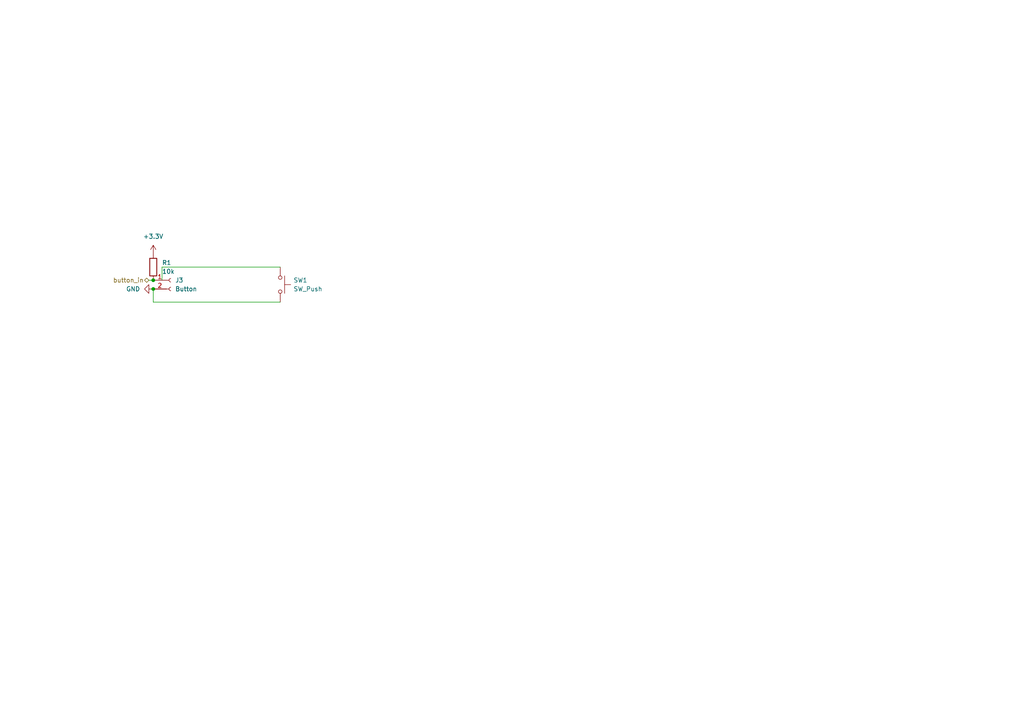
<source format=kicad_sch>
(kicad_sch (version 20231120) (generator "eeschema") (generator_version "8.0")
  (paper "A4")
  (lib_symbols
    (symbol "Connector:Conn_01x02_Socket" (pin_names (offset 1.016) hide)
      (property "Reference" "J" (at 0 2.54 0))
      (property "Value" "Conn_01x02_Socket" (at 0 -5.08 0))
      (symbol "Conn_01x02_Socket_1_1"
        (arc (start 0 -2.032) (mid -0.5058 -2.54) (end 0 -3.048) (stroke (width 0.1524)))
        (polyline (pts (xy -1.27 -2.54) (xy -0.508 -2.54)) (stroke (width 0.1524)))
        (polyline (pts (xy -1.27 0) (xy -0.508 0)) (stroke (width 0.1524)))
        (arc (start 0 0.508) (mid -0.5058 0) (end 0 -0.508) (stroke (width 0.1524)))
        (pin passive line (at -5.08 0 0) (length 3.81) (name "Pin_1") (number "1"))
        (pin passive line (at -5.08 -2.54 0) (length 3.81) (name "Pin_2") (number "2"))
      )
    )
    (symbol "Device:R" (pin_numbers hide) (pin_names (offset 0))
      (property "Reference" "R" (at 2.032 0 90))
      (property "Value" "R" (at 0 0 90))
      (symbol "R_0_1"
        (rectangle (start -1.016 -2.54) (end 1.016 2.54) (stroke (width 0.254)))
      )
      (symbol "R_1_1"
        (pin passive line (at 0 3.81 270) (length 1.27) (name "~") (number "1"))
        (pin passive line (at 0 -3.81 90) (length 1.27) (name "~") (number "2"))
      )
    )
    (symbol "Switch:SW_Push" (pin_numbers hide) (pin_names (offset 1.016) hide)
      (property "Reference" "SW" (at 1.27 2.54 0))
      (property "Value" "SW_Push" (at 0 -1.524 0))
      (symbol "SW_Push_0_1"
        (circle (center -2.032 0) (radius 0.508))
        (polyline (pts (xy 0 1.27) (xy 0 3.048)))
        (polyline (pts (xy 2.54 1.27) (xy -2.54 1.27)))
        (circle (center 2.032 0) (radius 0.508))
        (pin passive line (at -5.08 0 0) (length 2.54) (name "1") (number "1"))
        (pin passive line (at 5.08 0 180) (length 2.54) (name "2") (number "2"))
      )
    )
    (symbol "power:+3.3V" (power) (pin_numbers hide) (pin_names (offset 0) hide)
      (property "Value" "+3.3V" (at 0 3.556 0))
      (symbol "+3.3V_0_1"
        (polyline (pts (xy -0.762 1.27) (xy 0 2.54)))
        (polyline (pts (xy 0 0) (xy 0 2.54)))
        (polyline (pts (xy 0 2.54) (xy 0.762 1.27)))
      )
      (symbol "+3.3V_1_1"
        (pin power_in line (at 0 0 90) (length 0) (name "~") (number "1"))
      )
    )
    (symbol "power:GND" (power) (pin_numbers hide) (pin_names (offset 0) hide)
      (property "Value" "GND" (at 0 -3.81 0))
      (symbol "GND_0_1"
        (polyline (pts (xy 0 0) (xy 0 -1.27) (xy 1.27 -1.27) (xy 0 -2.54) (xy -1.27 -1.27) (xy 0 -1.27)))
      )
      (symbol "GND_1_1"
        (pin power_in line (at 0 0 270) (length 0) (name "~") (number "1"))
      )
    )
  )
  (junction (at 44.45 83.82))
  (junction (at 44.45 81.28))
  (wire (pts (xy 44.45 81.28) (xy 46.99 81.28)))
  (wire (pts (xy 43.18 81.28) (xy 44.45 81.28)))
  (wire (pts (xy 46.99 81.28) (xy 46.99 77.47)))
  (wire (pts (xy 44.45 87.63) (xy 44.45 83.82)))
  (wire (pts (xy 81.28 87.63) (xy 44.45 87.63)))
  (wire (pts (xy 46.99 77.47) (xy 81.28 77.47)))
  (hierarchical_label "button_in" (shape bidirectional) (at 43.18 81.28 180))
  (symbol (lib_id "power:GND") (at 44.45 83.82 270) (unit 1)
    (property "Reference" "#PWR08" (effects (hide yes)))
    (property "Value" "GND" (at 40.64 83.8199 90) (effects (justify right)))
    (property "Description" "Power symbol creates a global label with name \"GND\" , ground" (effects (hide yes)))
  )
  (symbol (lib_id "power:+3.3V") (at 44.45 73.66 0) (unit 1)
    (property "Reference" "#PWR07" (effects (hide yes)))
    (property "Value" "+3.3V" (at 44.45 68.58 0))
    (property "Description" "Power symbol creates a global label with name \"+3.3V\"" (effects (hide yes)))
  )
  (symbol (lib_id "Switch:SW_Push") (at 81.28 82.55 270) (unit 1) (exclude_from_sim yes) (in_bom no) (on_board no)
    (property "Reference" "SW1" (at 85.09 81.2799 90) (effects (justify left)))
    (property "Value" "SW_Push" (at 85.09 83.8199 90) (effects (justify left)))
    (property "Description" "Push button switch, generic, two pins" (effects (hide yes)))
  )
  (symbol (lib_id "Device:R") (at 44.45 77.47 0) (unit 1)
    (property "Reference" "R1" (at 46.99 76.1999 0) (effects (justify left)))
    (property "Value" "10k" (at 46.99 78.7399 0) (effects (justify left)))
    (property "Footprint" "Resistor_THT:R_Axial_DIN0204_L3.6mm_D1.6mm_P5.08mm_Horizontal" (effects (hide yes)))
    (property "Description" "Resistor" (effects (hide yes)))
  )
  (symbol (lib_id "Connector:Conn_01x02_Socket") (at 49.53 81.28 0) (unit 1)
    (property "Reference" "J3" (at 50.8 81.2799 0) (effects (justify left)))
    (property "Value" "Button" (at 50.8 83.8199 0) (effects (justify left)))
    (property "Footprint" "Connector_PinSocket_2.54mm:PinSocket_1x02_P2.54mm_Vertical" (effects (hide yes)))
    (property "Description" "Generic connector, single row, 01x02, script generated" (effects (hide yes)))
  )
)
</source>
